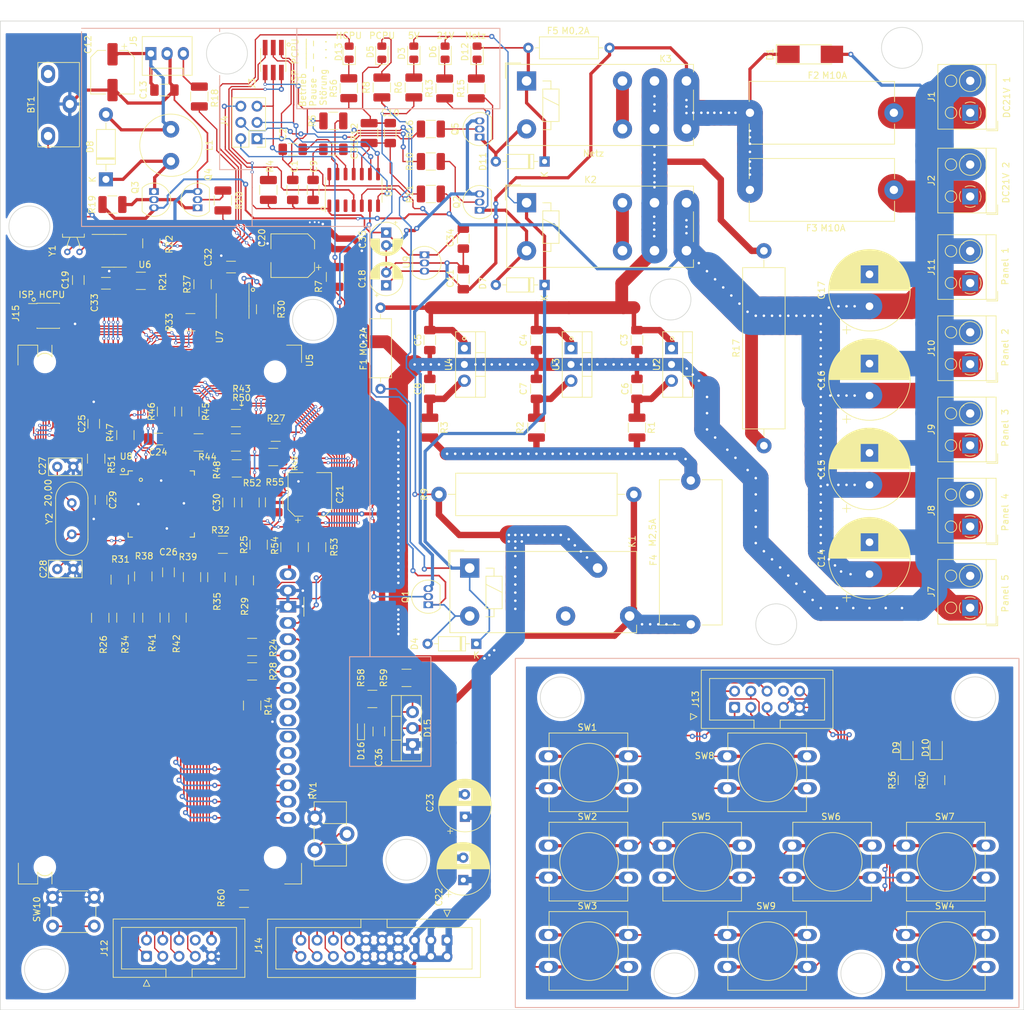
<source format=kicad_pcb>
(kicad_pcb (version 20211014) (generator pcbnew)

  (general
    (thickness 1.6)
  )

  (paper "A4")
  (layers
    (0 "F.Cu" signal)
    (31 "B.Cu" signal)
    (32 "B.Adhes" user "B.Adhesive")
    (33 "F.Adhes" user "F.Adhesive")
    (34 "B.Paste" user)
    (35 "F.Paste" user)
    (36 "B.SilkS" user "B.Silkscreen")
    (37 "F.SilkS" user "F.Silkscreen")
    (38 "B.Mask" user)
    (39 "F.Mask" user)
    (40 "Dwgs.User" user "User.Drawings")
    (41 "Cmts.User" user "User.Comments")
    (42 "Eco1.User" user "User.Eco1")
    (43 "Eco2.User" user "User.Eco2")
    (44 "Edge.Cuts" user)
    (45 "Margin" user)
    (46 "B.CrtYd" user "B.Courtyard")
    (47 "F.CrtYd" user "F.Courtyard")
    (48 "B.Fab" user)
    (49 "F.Fab" user)
    (50 "User.1" user)
    (51 "User.2" user)
    (52 "User.3" user)
    (53 "User.4" user)
    (54 "User.5" user)
    (55 "User.6" user)
    (56 "User.7" user)
    (57 "User.8" user)
    (58 "User.9" user)
  )

  (setup
    (pad_to_mask_clearance 0)
    (pcbplotparams
      (layerselection 0x00010fc_ffffffff)
      (disableapertmacros false)
      (usegerberextensions false)
      (usegerberattributes true)
      (usegerberadvancedattributes true)
      (creategerberjobfile true)
      (svguseinch false)
      (svgprecision 6)
      (excludeedgelayer true)
      (plotframeref false)
      (viasonmask false)
      (mode 1)
      (useauxorigin false)
      (hpglpennumber 1)
      (hpglpenspeed 20)
      (hpglpendiameter 15.000000)
      (dxfpolygonmode true)
      (dxfimperialunits true)
      (dxfusepcbnewfont true)
      (psnegative false)
      (psa4output false)
      (plotreference true)
      (plotvalue true)
      (plotinvisibletext false)
      (sketchpadsonfab false)
      (subtractmaskfromsilk true)
      (outputformat 1)
      (mirror false)
      (drillshape 0)
      (scaleselection 1)
      (outputdirectory "Panel/")
    )
  )

  (net 0 "")
  (net 1 "Net-(BT1-Pad2)")
  (net 2 "Net-(C2-Pad1)")
  (net 3 "Net-(C1-Pad2)")
  (net 4 "Net-(C6-Pad1)")
  (net 5 "Net-(C7-Pad1)")
  (net 6 "Net-(C8-Pad1)")
  (net 7 "Net-(C9-Pad2)")
  (net 8 "Net-(C10-Pad2)")
  (net 9 "Net-(C12-Pad1)")
  (net 10 "Net-(C14-Pad1)")
  (net 11 "Net-(BT1-Pad1)")
  (net 12 "Net-(C25-Pad1)")
  (net 13 "Net-(C27-Pad1)")
  (net 14 "Net-(C28-Pad2)")
  (net 15 "Net-(C3-Pad1)")
  (net 16 "Net-(D3-Pad1)")
  (net 17 "Net-(D3-Pad2)")
  (net 18 "Net-(D4-Pad2)")
  (net 19 "Net-(D5-Pad2)")
  (net 20 "Net-(D6-Pad1)")
  (net 21 "Net-(D7-Pad2)")
  (net 22 "Net-(D8-Pad1)")
  (net 23 "Net-(F2-Pad1)")
  (net 24 "Net-(F3-Pad1)")
  (net 25 "Net-(J3-Pad1)")
  (net 26 "Net-(J3-Pad3)")
  (net 27 "Net-(J3-Pad4)")
  (net 28 "Net-(J14-Pad13)")
  (net 29 "Net-(J14-Pad14)")
  (net 30 "Net-(J14-Pad15)")
  (net 31 "Net-(J14-Pad16)")
  (net 32 "Net-(J14-Pad17)")
  (net 33 "Net-(J14-Pad19)")
  (net 34 "Net-(J14-Pad20)")
  (net 35 "Net-(J15-Pad1)")
  (net 36 "Net-(J15-Pad3)")
  (net 37 "Net-(J15-Pad4)")
  (net 38 "unconnected-(K1-Pad12)")
  (net 39 "unconnected-(K2-Pad12)")
  (net 40 "Net-(Q1-Pad2)")
  (net 41 "Net-(Q2-Pad2)")
  (net 42 "Net-(Q3-Pad2)")
  (net 43 "Net-(Q4-Pad2)")
  (net 44 "Net-(C11-Pad1)")
  (net 45 "Net-(J4-Pad2)")
  (net 46 "Net-(R8-Pad2)")
  (net 47 "Net-(J4-Pad4)")
  (net 48 "Net-(R18-Pad1)")
  (net 49 "Net-(J5-Pad3)")
  (net 50 "Net-(R20-Pad1)")
  (net 51 "Net-(R21-Pad1)")
  (net 52 "Net-(R22-Pad1)")
  (net 53 "Net-(R24-Pad1)")
  (net 54 "Net-(R25-Pad1)")
  (net 55 "Net-(J4-Pad6)")
  (net 56 "Net-(R26-Pad2)")
  (net 57 "Net-(R27-Pad1)")
  (net 58 "Net-(R27-Pad2)")
  (net 59 "Net-(R28-Pad1)")
  (net 60 "Net-(R29-Pad1)")
  (net 61 "Net-(R30-Pad1)")
  (net 62 "Net-(R31-Pad1)")
  (net 63 "Net-(R32-Pad1)")
  (net 64 "Net-(R33-Pad1)")
  (net 65 "Net-(R34-Pad1)")
  (net 66 "Net-(R35-Pad1)")
  (net 67 "Net-(R37-Pad1)")
  (net 68 "Net-(R38-Pad1)")
  (net 69 "Net-(R39-Pad1)")
  (net 70 "Net-(R41-Pad1)")
  (net 71 "Net-(R42-Pad1)")
  (net 72 "Net-(R43-Pad1)")
  (net 73 "Net-(R44-Pad1)")
  (net 74 "Net-(R45-Pad1)")
  (net 75 "Net-(R46-Pad1)")
  (net 76 "Net-(R47-Pad1)")
  (net 77 "Net-(R48-Pad1)")
  (net 78 "Net-(R49-Pad1)")
  (net 79 "Net-(R50-Pad1)")
  (net 80 "unconnected-(U1-Pad2)")
  (net 81 "unconnected-(U1-Pad3)")
  (net 82 "Net-(U6-Pad1)")
  (net 83 "Net-(U6-Pad2)")
  (net 84 "unconnected-(U6-Pad7)")
  (net 85 "Net-(C20-Pad1)")
  (net 86 "Net-(C31-Pad2)")
  (net 87 "Net-(D11-Pad1)")
  (net 88 "Net-(D11-Pad2)")
  (net 89 "Net-(R53-Pad1)")
  (net 90 "Net-(J12-Pad1)")
  (net 91 "Net-(J12-Pad2)")
  (net 92 "Net-(J12-Pad3)")
  (net 93 "Net-(J12-Pad4)")
  (net 94 "Net-(J12-Pad5)")
  (net 95 "Net-(J12-Pad6)")
  (net 96 "Net-(D12-Pad1)")
  (net 97 "Net-(C36-Pad1)")
  (net 98 "Net-(F4-Pad2)")
  (net 99 "unconnected-(K3-Pad12)")
  (net 100 "Net-(Q5-Pad2)")
  (net 101 "Net-(R52-Pad2)")
  (net 102 "Net-(R16-Pad2)")
  (net 103 "Net-(D9-Pad1)")
  (net 104 "Net-(D15-Pad2)")
  (net 105 "Net-(D16-Pad2)")
  (net 106 "Net-(R14-Pad2)")
  (net 107 "Net-(R24-Pad2)")
  (net 108 "Net-(R28-Pad2)")
  (net 109 "Net-(R31-Pad2)")
  (net 110 "Net-(R34-Pad2)")
  (net 111 "Net-(R38-Pad2)")
  (net 112 "Net-(R41-Pad2)")
  (net 113 "Net-(R54-Pad1)")
  (net 114 "Net-(RV1-Pad2)")
  (net 115 "unconnected-(U5-Pad7)")
  (net 116 "unconnected-(U5-Pad8)")
  (net 117 "unconnected-(U5-Pad9)")
  (net 118 "unconnected-(U5-Pad10)")
  (net 119 "Net-(J14-Pad18)")
  (net 120 "unconnected-(J12-Pad8)")
  (net 121 "Net-(D9-Pad2)")
  (net 122 "Net-(D10-Pad2)")
  (net 123 "unconnected-(J13-Pad8)")
  (net 124 "Net-(D13-Pad1)")
  (net 125 "Net-(J13-Pad6)")
  (net 126 "Net-(J13-Pad5)")
  (net 127 "Net-(J13-Pad4)")
  (net 128 "Net-(J13-Pad3)")
  (net 129 "Net-(J13-Pad2)")
  (net 130 "Net-(J13-Pad1)")
  (net 131 "Net-(D10-Pad1)")
  (net 132 "Net-(J12-Pad10)")
  (net 133 "Net-(D13-Pad2)")
  (net 134 "Net-(R55-Pad1)")
  (net 135 "Net-(J13-Pad9)")

  (footprint "Crystal:Crystal_HC49-4H_Vertical" (layer "F.Cu") (at 25.527 94.887 90))

  (footprint "Resistor_SMD:R_1210_3225Metric_Pad1.30x2.65mm_HandSolder" (layer "F.Cu") (at 44.069 61.722 180))

  (footprint "Diode_THT:D_DO-35_SOD27_P7.62mm_Horizontal" (layer "F.Cu") (at 99.441 55.88 180))

  (footprint "Library:OMR B3F-4000" (layer "F.Cu") (at 100.049 157.56))

  (footprint "Fuse:Fuseholder_Cylinder-5x20mm_Schurter_0031_8201_Horizontal_Open" (layer "F.Cu") (at 154.051 41.021 180))

  (footprint "Capacitor_SMD:C_1206_3216Metric_Pad1.33x1.80mm_HandSolder" (layer "F.Cu") (at 86.741 48.641 -90))

  (footprint "Resistor_SMD:R_1210_3225Metric_Pad1.30x2.65mm_HandSolder" (layer "F.Cu") (at 45.974 55.779 90))

  (footprint "Capacitor_THT:C_Disc_D5.0mm_W2.5mm_P2.50mm" (layer "F.Cu") (at 25.761 100.33 180))

  (footprint "TerminalBlock_RND:TerminalBlock_RND_205-00001_1x02_P5.00mm_Horizontal" (layer "F.Cu") (at 165.981 80.986 90))

  (footprint "Resistor_THT:R_Axial_Power_L25.0mm_W6.4mm_P30.48mm" (layer "F.Cu") (at 133.731 81.031 90))

  (footprint "Capacitor_SMD:C_1206_3216Metric_Pad1.33x1.80mm_HandSolder" (layer "F.Cu") (at 98.171 72.136 90))

  (footprint "LED_SMD:LED_0805_2012Metric_Pad1.15x1.40mm_HandSolder" (layer "F.Cu") (at 88.891 19.556 90))

  (footprint "Resistor_THT:R_Axial_Power_L25.0mm_W6.4mm_P30.48mm" (layer "F.Cu") (at 82.926 88.646))

  (footprint "Resistor_SMD:R_1210_3225Metric_Pad1.30x2.65mm_HandSolder" (layer "F.Cu") (at 53.721 112.522))

  (footprint "Resistor_SMD:R_1210_3225Metric_Pad1.30x2.65mm_HandSolder" (layer "F.Cu") (at 54.737 96.52 -90))

  (footprint "Resistor_SMD:R_1210_3225Metric_Pad1.30x2.65mm_HandSolder" (layer "F.Cu") (at 81.661 36.576 180))

  (footprint "Diode_THT:D_DO-35_SOD27_P7.62mm_Horizontal" (layer "F.Cu") (at 88.773 112.014 180))

  (footprint "Resistor_SMD:R_1210_3225Metric_Pad1.30x2.65mm_HandSolder" (layer "F.Cu") (at 29.337 83.058 90))

  (footprint "Library:OMR B3F-4000" (layer "F.Cu") (at 127.989 129.62))

  (footprint "TerminalBlock_RND:TerminalBlock_RND_205-00001_1x02_P5.00mm_Horizontal" (layer "F.Cu") (at 165.981 93.686 90))

  (footprint "Resistor_SMD:R_1210_3225Metric_Pad1.30x2.65mm_HandSolder" (layer "F.Cu") (at 83.82 25.146 -90))

  (footprint "Package_TO_SOT_THT:TO-92_Inline" (layer "F.Cu") (at 89.281 44.196 90))

  (footprint "Library:OMR B3F-4000" (layer "F.Cu") (at 138.149 143.59))

  (footprint "Resistor_SMD:R_1210_3225Metric_Pad1.30x2.65mm_HandSolder" (layer "F.Cu") (at 79 25 -90))

  (footprint "LED_SMD:LED_0805_2012Metric_Pad1.15x1.40mm_HandSolder" (layer "F.Cu") (at 156.083 128.27 90))

  (footprint "Capacitor_SMD:C_1206_3216Metric_Pad1.33x1.80mm_HandSolder" (layer "F.Cu") (at 26.543 55.118 90))

  (footprint "Package_QFP:TQFP-44_10x10mm_P0.8mm" (layer "F.Cu") (at 39.516 90.151))

  (footprint "Capacitor_SMD:C_1206_3216Metric_Pad1.33x1.80mm_HandSolder" (layer "F.Cu") (at 50.038 89.916 90))

  (footprint "Capacitor_SMD:C_1206_3216Metric_Pad1.33x1.80mm_HandSolder" (layer "F.Cu") (at 39.0275 79.991 180))

  (footprint "LED_SMD:LED_0805_2012Metric_Pad1.15x1.40mm_HandSolder" (layer "F.Cu") (at 79 19.556 90))

  (footprint "Capacitor_THT:CP_Radial_D12.5mm_P5.00mm" (layer "F.Cu") (at 150.241 101.129959 90))

  (footprint "Resistor_SMD:R_1210_3225Metric_Pad1.30x2.65mm_HandSolder" (layer "F.Cu") (at 63.881 96.901 90))

  (footprint "LED_SMD:LED_0805_2012Metric_Pad1.15x1.40mm_HandSolder" (layer "F.Cu") (at 83.891 19.556 90))

  (footprint "Resistor_SMD:R_1210_3225Metric_Pad1.30x2.65mm_HandSolder" (layer "F.Cu") (at 29.972 107.95 90))

  (footprint "Capacitor_SMD:C_1206_3216Metric_Pad1.33x1.80mm_HandSolder" (layer "F.Cu") (at 113.8835 64.516 -90))

  (footprint "Connector_PinHeader_2.54mm:PinHeader_2x03_P2.54mm_Vertical" (layer "F.Cu") (at 54.488 33.005 180))

  (footprint "Resistor_SMD:R_1210_3225Metric_Pad1.30x2.65mm_HandSolder" (layer "F.Cu") (at 88.773 25.146 -90))

  (footprint "Resistor_SMD:R_1210_3225Metric_Pad1.30x2.65mm_HandSolder" (layer "F.Cu") (at 49.149 42.672 90))

  (footprint "Resistor_SMD:R_1210_3225Metric_Pad1.30x2.65mm_HandSolder" (layer "F.Cu") (at 66.675 54.636 90))

  (footprint "TerminalBlock_RND:TerminalBlock_RND_205-00001_1x02_P5.00mm_Horizontal" (layer "F.Cu") (at 165.981 106.386 90))

  (footprint "Capacitor_SMD:C_1206_3216Metric_Pad1.33x1.80mm_HandSolder" (layer "F.Cu") (at 86.741 54.991 90))

  (footprint "Resistor_THT:R_Axial_DIN0309_L9.0mm_D3.2mm_P12.70mm_Horizontal" (layer "F.Cu") (at 73.787 72.136 90))

  (footprint "Connector:FanPinHeader_1x03_P2.54mm_Vertical" (layer "F.Cu")
    (tedit 5A19DCDF) (tstamp 4ced240c-5764-4c6b-b303-eb829bb5b489)
    (at 37.891 19.691)
    (descr "3-pin CPU fan Through hole pin header, see http://www.formfactors.org/developer%5Cspecs%5Crev1_2_public.pdf")
    (tags "pin header 3-pin CPU fan")
    (property "Sheetfile" "Lauflicht_Steuerplatine.kicad_sch")
    (property "Sheetname" "")
    (path "/d498e373-4db4-4219-ac1b-e64e45f597a5")
    (attr through_hole)
    (fp_text reference "J5" (at -2.712 -1.911 90) (layer "F.SilkS")
      (effects (font (size 1 1) (thickness 0.15)))
      (tstamp 8c7cebf5-7369-47c3-8ede-85fc45175269)
    )
    (fp_text value "Fan" (at 2.55 4.5) (layer "F.Fab")
      (effects (font (size 1 1) (thickness 0.15)))
      (tstamp a47b582c-d750-4d62-96ae-636febafbe35)
    )
    (fp_text user "${REFERENCE}" (at 2.45 1.8) (layer "F.Fab")
      (effects (font (size 1 1) (thickness 0.15)))
      (tstamp cc2b2676-611b-4298-ac8e-dd4a69d76c6d)
    )
    (fp_line (start 0 2.29) (end 5.08 2.29) (layer "F.SilkS") (width 0.12) (tstamp 4affd905-e3a1-47e1-842c-d52e37463daa))
    (fp_line (start 6.45 -2.65) (end 6.45 3.4) (layer "F.SilkS") (width 0.12) (tstamp 550e69d1-aab5-45db-ad87-5b723b41355d))
    (fp_line (start 6.45 3.4) (end -1.35 3.4) (layer "F.SilkS") (width 0.12) (tstamp 5bfb97a3-0580-4e00-aed9-94bc411e0627))
    (fp_line (start 0 3.3) (end 0 2.29) (layer "F.SilkS") (width 0.12) (tstamp 6d998b52-7ffb-4cfb-a48b-9c74557dd08d))
    (fp_line (start -1.35 -2.65) (end 6.45 -2.65) (layer "F.SilkS") (width 0.12) (tstamp 8534c7b9-8f38-47b0-94de-d1f54016b7ea))
    (fp_line (start -1.35 3.4) (end -1.35 -2.65) (layer "F.SilkS") (width 0.12) (tstamp 85ff230e-cfcf-4209-8a90-bba85181252d))
    (fp_line (start 5.08 2.29) (end 5.08 3.3) (layer "F.SilkS") (width 0.12) (tstamp 9cb6ac00-196e-450d-9e86-70c740ec9e6e))
    (fp_line (start -1.75 3.8) (end -1.75 -3.05) (layer "F.CrtYd") (width 0.05) (tstamp 86d51ad9-9888-49f6-bb4c-7f0ee53834b7))
    (fp_line (start -1.75 3.8) (end 6.85 3.8) (layer "F.CrtYd") (width 0.05) (tstamp 9194732a-5ca3-4f0c-b59f-e31fcd98105e))
    (fp_line (start 6.85 -3.05) (end 6.85 3.8) (layer "F.CrtYd") (width 0.05) (tstamp bf1da4b2-a7e3-477f-b314-22830ac946a4))
    (fp_line (start 6.85 -3.05) (end -1.75 -3.05) (layer "F.CrtYd") (width 0.05) (tstamp d71bb9c0-8450-4896-9905-119fbb2b9022))
    (fp_line (start 5.05 3.3) (end 5.05 2.3) (layer "F.Fab") (width 0.1) (tstamp 12731aa7-c1ce-4ab8-abf8-77fd0526dc02))
    (fp_line (start 0 2.3) (end 0 3.3) (layer "F.Fab") (width 0.1) (tstamp 219c368e-1a4c-4cba-92f9-d838eabb204d))
    (fp_line (start 5.05 2.3) (end 0 2.3) (layer "F.Fab") (width 0.1) (tstamp 25efec2b-634a-4745-abdb-6b01604d5bc7))
    (fp_line (start -1.25 -2.55) (end 6.35 -2.55) (layer "F.Fab") (width 0.1) (tstamp 397f59a9-a76c-41ae-bfb4-ebfca569d5cf))
    (fp_line (start 6.35 3.3) (end -1.25 3.3) (layer "F.Fab") (width 0.1) (tstamp 7288f1e2-de02-4db5-8e1a-eabd2203d619))
    (fp_line (start 6.35 -2.55) (end 6.35 3.3) (layer "F.
... [1486946 chars truncated]
</source>
